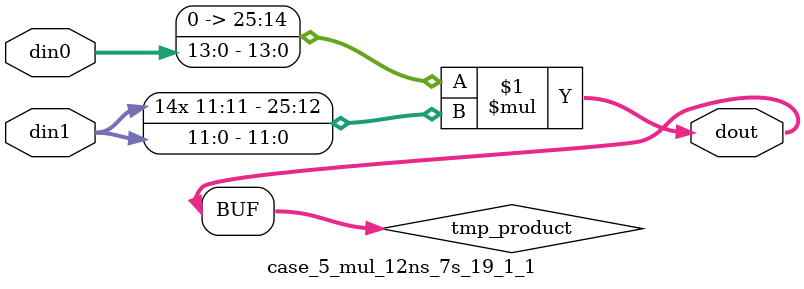
<source format=v>

`timescale 1 ns / 1 ps

 (* use_dsp = "no" *)  module case_5_mul_12ns_7s_19_1_1(din0, din1, dout);
parameter ID = 1;
parameter NUM_STAGE = 0;
parameter din0_WIDTH = 14;
parameter din1_WIDTH = 12;
parameter dout_WIDTH = 26;

input [din0_WIDTH - 1 : 0] din0; 
input [din1_WIDTH - 1 : 0] din1; 
output [dout_WIDTH - 1 : 0] dout;

wire signed [dout_WIDTH - 1 : 0] tmp_product;

























assign tmp_product = $signed({1'b0, din0}) * $signed(din1);










assign dout = tmp_product;





















endmodule

</source>
